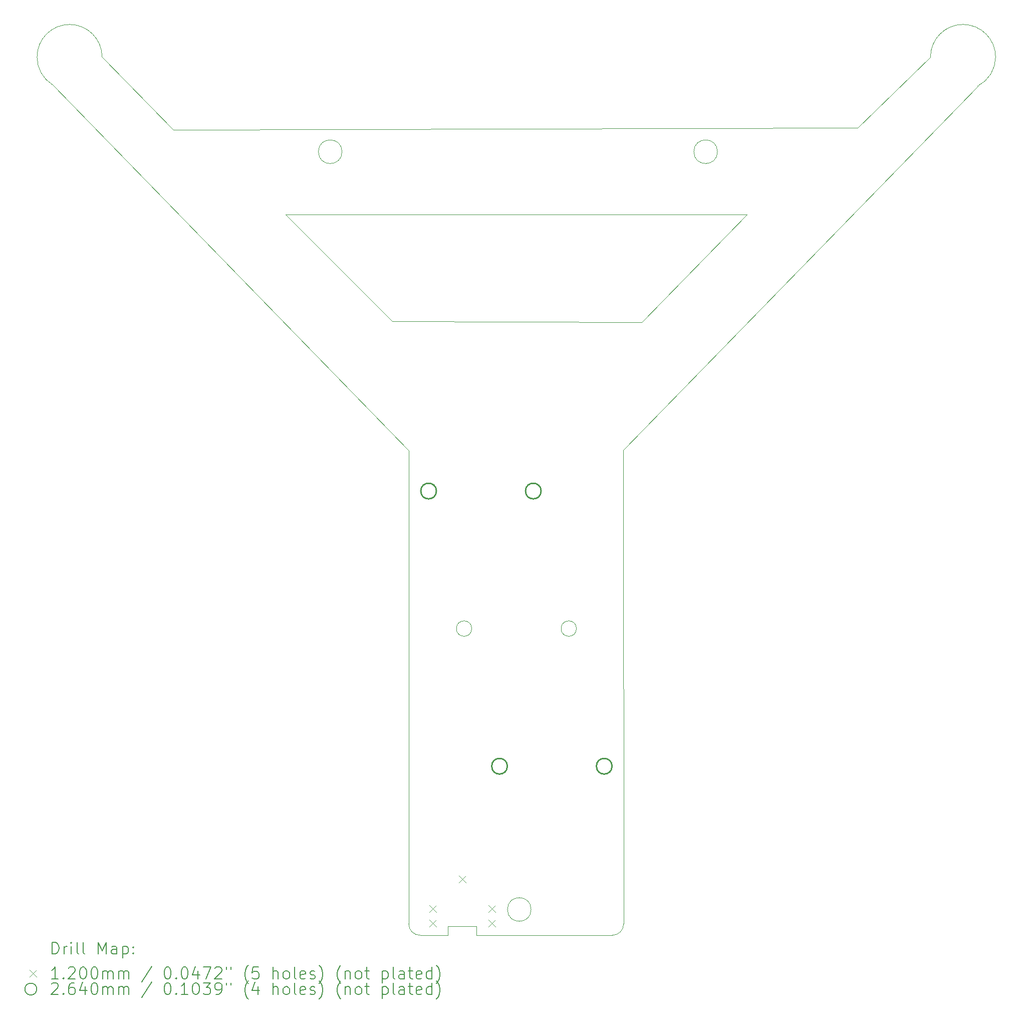
<source format=gbr>
%TF.GenerationSoftware,KiCad,Pcbnew,8.0.5*%
%TF.CreationDate,2025-02-07T15:20:14+08:00*%
%TF.ProjectId,bb,62622e6b-6963-4616-945f-706362585858,rev?*%
%TF.SameCoordinates,Original*%
%TF.FileFunction,Drillmap*%
%TF.FilePolarity,Positive*%
%FSLAX45Y45*%
G04 Gerber Fmt 4.5, Leading zero omitted, Abs format (unit mm)*
G04 Created by KiCad (PCBNEW 8.0.5) date 2025-02-07 15:20:14*
%MOMM*%
%LPD*%
G01*
G04 APERTURE LIST*
%ADD10C,0.100000*%
%ADD11C,0.200000*%
%ADD12C,0.120000*%
%ADD13C,0.264000*%
G04 APERTURE END LIST*
D10*
X12330000Y-18445000D02*
X10062779Y-18445771D01*
X9117023Y-18445000D02*
G75*
G02*
X8922000Y-18254810I-4773J190190D01*
G01*
X12550077Y-10249979D02*
X18539959Y-4099919D01*
X10990000Y-18010000D02*
G75*
G02*
X10590000Y-18010000I-200000J0D01*
G01*
X10590000Y-18010000D02*
G75*
G02*
X10990000Y-18010000I200000J0D01*
G01*
X10740000Y-6270000D02*
X6840000Y-6270000D01*
X16510000Y-4810000D02*
X4940000Y-4840000D01*
X12856878Y-8093122D02*
X14640000Y-6270000D01*
X2640000Y-3610000D02*
G75*
G02*
X3740000Y-3610000I550000J0D01*
G01*
X9580000Y-18296119D02*
X9588636Y-18296119D01*
X10062779Y-18445771D02*
X10062867Y-18295983D01*
X11756522Y-13265000D02*
G75*
G02*
X11496522Y-13265000I-130000J0D01*
G01*
X11496522Y-13265000D02*
G75*
G02*
X11756522Y-13265000I130000J0D01*
G01*
X7795000Y-5210000D02*
G75*
G02*
X7395000Y-5210000I-200000J0D01*
G01*
X7395000Y-5210000D02*
G75*
G02*
X7795000Y-5210000I200000J0D01*
G01*
X16510000Y-4810000D02*
X17740000Y-3610000D01*
X2901191Y-4078070D02*
X8920045Y-10254810D01*
X2901191Y-4078070D02*
G75*
G02*
X2640000Y-3610000I288809J468070D01*
G01*
X12363796Y-18445000D02*
X12350704Y-18445000D01*
X3740000Y-3610000D02*
X4940000Y-4840000D01*
X10740000Y-6270000D02*
X14640000Y-6270000D01*
X6840000Y-6270000D02*
X8643122Y-8073122D01*
X8922000Y-18254810D02*
X8920045Y-10254810D01*
X12553986Y-18249978D02*
X12550077Y-10249979D01*
X9987023Y-13265000D02*
G75*
G02*
X9727023Y-13265000I-130000J0D01*
G01*
X9727023Y-13265000D02*
G75*
G02*
X9987023Y-13265000I130000J0D01*
G01*
X14140000Y-5210000D02*
G75*
G02*
X13740000Y-5210000I-200000J0D01*
G01*
X13740000Y-5210000D02*
G75*
G02*
X14140000Y-5210000I200000J0D01*
G01*
X12856878Y-8093122D02*
X8643122Y-8073122D01*
X10062867Y-18295983D02*
X10040000Y-18295983D01*
X17740000Y-3610000D02*
G75*
G02*
X18840000Y-3610000I550000J0D01*
G01*
X10040000Y-18295983D02*
X9588636Y-18296119D01*
X9117023Y-18445000D02*
X9580000Y-18444992D01*
X9580000Y-18444992D02*
X9580000Y-18296119D01*
X12553986Y-18249978D02*
G75*
G02*
X12363796Y-18444996I-190186J-4772D01*
G01*
X18840000Y-3610000D02*
G75*
G02*
X18539959Y-4099919I-550000J0D01*
G01*
X12330000Y-18445000D02*
X12350704Y-18445000D01*
D11*
D12*
X9267023Y-17935000D02*
X9387023Y-18055000D01*
X9387023Y-17935000D02*
X9267023Y-18055000D01*
X9267023Y-18185000D02*
X9387023Y-18305000D01*
X9387023Y-18185000D02*
X9267023Y-18305000D01*
X9767023Y-17435000D02*
X9887023Y-17555000D01*
X9887023Y-17435000D02*
X9767023Y-17555000D01*
X10267023Y-17935000D02*
X10387023Y-18055000D01*
X10387023Y-17935000D02*
X10267023Y-18055000D01*
X10267023Y-18185000D02*
X10387023Y-18305000D01*
X10387023Y-18185000D02*
X10267023Y-18305000D01*
D13*
X9389523Y-10942000D02*
G75*
G02*
X9125523Y-10942000I-132000J0D01*
G01*
X9125523Y-10942000D02*
G75*
G02*
X9389523Y-10942000I132000J0D01*
G01*
X10588523Y-15590000D02*
G75*
G02*
X10324523Y-15590000I-132000J0D01*
G01*
X10324523Y-15590000D02*
G75*
G02*
X10588523Y-15590000I132000J0D01*
G01*
X11159023Y-10942000D02*
G75*
G02*
X10895023Y-10942000I-132000J0D01*
G01*
X10895023Y-10942000D02*
G75*
G02*
X11159023Y-10942000I132000J0D01*
G01*
X12358022Y-15590000D02*
G75*
G02*
X12094022Y-15590000I-132000J0D01*
G01*
X12094022Y-15590000D02*
G75*
G02*
X12358022Y-15590000I132000J0D01*
G01*
D11*
X2895777Y-18762255D02*
X2895777Y-18562255D01*
X2895777Y-18562255D02*
X2943396Y-18562255D01*
X2943396Y-18562255D02*
X2971967Y-18571779D01*
X2971967Y-18571779D02*
X2991015Y-18590826D01*
X2991015Y-18590826D02*
X3000539Y-18609874D01*
X3000539Y-18609874D02*
X3010062Y-18647969D01*
X3010062Y-18647969D02*
X3010062Y-18676541D01*
X3010062Y-18676541D02*
X3000539Y-18714636D01*
X3000539Y-18714636D02*
X2991015Y-18733683D01*
X2991015Y-18733683D02*
X2971967Y-18752731D01*
X2971967Y-18752731D02*
X2943396Y-18762255D01*
X2943396Y-18762255D02*
X2895777Y-18762255D01*
X3095777Y-18762255D02*
X3095777Y-18628921D01*
X3095777Y-18667017D02*
X3105301Y-18647969D01*
X3105301Y-18647969D02*
X3114824Y-18638445D01*
X3114824Y-18638445D02*
X3133872Y-18628921D01*
X3133872Y-18628921D02*
X3152920Y-18628921D01*
X3219586Y-18762255D02*
X3219586Y-18628921D01*
X3219586Y-18562255D02*
X3210062Y-18571779D01*
X3210062Y-18571779D02*
X3219586Y-18581302D01*
X3219586Y-18581302D02*
X3229110Y-18571779D01*
X3229110Y-18571779D02*
X3219586Y-18562255D01*
X3219586Y-18562255D02*
X3219586Y-18581302D01*
X3343396Y-18762255D02*
X3324348Y-18752731D01*
X3324348Y-18752731D02*
X3314824Y-18733683D01*
X3314824Y-18733683D02*
X3314824Y-18562255D01*
X3448158Y-18762255D02*
X3429110Y-18752731D01*
X3429110Y-18752731D02*
X3419586Y-18733683D01*
X3419586Y-18733683D02*
X3419586Y-18562255D01*
X3676729Y-18762255D02*
X3676729Y-18562255D01*
X3676729Y-18562255D02*
X3743396Y-18705112D01*
X3743396Y-18705112D02*
X3810062Y-18562255D01*
X3810062Y-18562255D02*
X3810062Y-18762255D01*
X3991015Y-18762255D02*
X3991015Y-18657493D01*
X3991015Y-18657493D02*
X3981491Y-18638445D01*
X3981491Y-18638445D02*
X3962443Y-18628921D01*
X3962443Y-18628921D02*
X3924348Y-18628921D01*
X3924348Y-18628921D02*
X3905301Y-18638445D01*
X3991015Y-18752731D02*
X3971967Y-18762255D01*
X3971967Y-18762255D02*
X3924348Y-18762255D01*
X3924348Y-18762255D02*
X3905301Y-18752731D01*
X3905301Y-18752731D02*
X3895777Y-18733683D01*
X3895777Y-18733683D02*
X3895777Y-18714636D01*
X3895777Y-18714636D02*
X3905301Y-18695588D01*
X3905301Y-18695588D02*
X3924348Y-18686064D01*
X3924348Y-18686064D02*
X3971967Y-18686064D01*
X3971967Y-18686064D02*
X3991015Y-18676541D01*
X4086253Y-18628921D02*
X4086253Y-18828921D01*
X4086253Y-18638445D02*
X4105301Y-18628921D01*
X4105301Y-18628921D02*
X4143396Y-18628921D01*
X4143396Y-18628921D02*
X4162443Y-18638445D01*
X4162443Y-18638445D02*
X4171967Y-18647969D01*
X4171967Y-18647969D02*
X4181491Y-18667017D01*
X4181491Y-18667017D02*
X4181491Y-18724160D01*
X4181491Y-18724160D02*
X4171967Y-18743207D01*
X4171967Y-18743207D02*
X4162443Y-18752731D01*
X4162443Y-18752731D02*
X4143396Y-18762255D01*
X4143396Y-18762255D02*
X4105301Y-18762255D01*
X4105301Y-18762255D02*
X4086253Y-18752731D01*
X4267205Y-18743207D02*
X4276729Y-18752731D01*
X4276729Y-18752731D02*
X4267205Y-18762255D01*
X4267205Y-18762255D02*
X4257682Y-18752731D01*
X4257682Y-18752731D02*
X4267205Y-18743207D01*
X4267205Y-18743207D02*
X4267205Y-18762255D01*
X4267205Y-18638445D02*
X4276729Y-18647969D01*
X4276729Y-18647969D02*
X4267205Y-18657493D01*
X4267205Y-18657493D02*
X4257682Y-18647969D01*
X4257682Y-18647969D02*
X4267205Y-18638445D01*
X4267205Y-18638445D02*
X4267205Y-18657493D01*
D12*
X2515000Y-19030771D02*
X2635000Y-19150771D01*
X2635000Y-19030771D02*
X2515000Y-19150771D01*
D11*
X3000539Y-19182255D02*
X2886253Y-19182255D01*
X2943396Y-19182255D02*
X2943396Y-18982255D01*
X2943396Y-18982255D02*
X2924348Y-19010826D01*
X2924348Y-19010826D02*
X2905301Y-19029874D01*
X2905301Y-19029874D02*
X2886253Y-19039398D01*
X3086253Y-19163207D02*
X3095777Y-19172731D01*
X3095777Y-19172731D02*
X3086253Y-19182255D01*
X3086253Y-19182255D02*
X3076729Y-19172731D01*
X3076729Y-19172731D02*
X3086253Y-19163207D01*
X3086253Y-19163207D02*
X3086253Y-19182255D01*
X3171967Y-19001302D02*
X3181491Y-18991779D01*
X3181491Y-18991779D02*
X3200539Y-18982255D01*
X3200539Y-18982255D02*
X3248158Y-18982255D01*
X3248158Y-18982255D02*
X3267205Y-18991779D01*
X3267205Y-18991779D02*
X3276729Y-19001302D01*
X3276729Y-19001302D02*
X3286253Y-19020350D01*
X3286253Y-19020350D02*
X3286253Y-19039398D01*
X3286253Y-19039398D02*
X3276729Y-19067969D01*
X3276729Y-19067969D02*
X3162443Y-19182255D01*
X3162443Y-19182255D02*
X3286253Y-19182255D01*
X3410062Y-18982255D02*
X3429110Y-18982255D01*
X3429110Y-18982255D02*
X3448158Y-18991779D01*
X3448158Y-18991779D02*
X3457682Y-19001302D01*
X3457682Y-19001302D02*
X3467205Y-19020350D01*
X3467205Y-19020350D02*
X3476729Y-19058445D01*
X3476729Y-19058445D02*
X3476729Y-19106064D01*
X3476729Y-19106064D02*
X3467205Y-19144160D01*
X3467205Y-19144160D02*
X3457682Y-19163207D01*
X3457682Y-19163207D02*
X3448158Y-19172731D01*
X3448158Y-19172731D02*
X3429110Y-19182255D01*
X3429110Y-19182255D02*
X3410062Y-19182255D01*
X3410062Y-19182255D02*
X3391015Y-19172731D01*
X3391015Y-19172731D02*
X3381491Y-19163207D01*
X3381491Y-19163207D02*
X3371967Y-19144160D01*
X3371967Y-19144160D02*
X3362443Y-19106064D01*
X3362443Y-19106064D02*
X3362443Y-19058445D01*
X3362443Y-19058445D02*
X3371967Y-19020350D01*
X3371967Y-19020350D02*
X3381491Y-19001302D01*
X3381491Y-19001302D02*
X3391015Y-18991779D01*
X3391015Y-18991779D02*
X3410062Y-18982255D01*
X3600539Y-18982255D02*
X3619586Y-18982255D01*
X3619586Y-18982255D02*
X3638634Y-18991779D01*
X3638634Y-18991779D02*
X3648158Y-19001302D01*
X3648158Y-19001302D02*
X3657682Y-19020350D01*
X3657682Y-19020350D02*
X3667205Y-19058445D01*
X3667205Y-19058445D02*
X3667205Y-19106064D01*
X3667205Y-19106064D02*
X3657682Y-19144160D01*
X3657682Y-19144160D02*
X3648158Y-19163207D01*
X3648158Y-19163207D02*
X3638634Y-19172731D01*
X3638634Y-19172731D02*
X3619586Y-19182255D01*
X3619586Y-19182255D02*
X3600539Y-19182255D01*
X3600539Y-19182255D02*
X3581491Y-19172731D01*
X3581491Y-19172731D02*
X3571967Y-19163207D01*
X3571967Y-19163207D02*
X3562443Y-19144160D01*
X3562443Y-19144160D02*
X3552920Y-19106064D01*
X3552920Y-19106064D02*
X3552920Y-19058445D01*
X3552920Y-19058445D02*
X3562443Y-19020350D01*
X3562443Y-19020350D02*
X3571967Y-19001302D01*
X3571967Y-19001302D02*
X3581491Y-18991779D01*
X3581491Y-18991779D02*
X3600539Y-18982255D01*
X3752920Y-19182255D02*
X3752920Y-19048921D01*
X3752920Y-19067969D02*
X3762443Y-19058445D01*
X3762443Y-19058445D02*
X3781491Y-19048921D01*
X3781491Y-19048921D02*
X3810063Y-19048921D01*
X3810063Y-19048921D02*
X3829110Y-19058445D01*
X3829110Y-19058445D02*
X3838634Y-19077493D01*
X3838634Y-19077493D02*
X3838634Y-19182255D01*
X3838634Y-19077493D02*
X3848158Y-19058445D01*
X3848158Y-19058445D02*
X3867205Y-19048921D01*
X3867205Y-19048921D02*
X3895777Y-19048921D01*
X3895777Y-19048921D02*
X3914824Y-19058445D01*
X3914824Y-19058445D02*
X3924348Y-19077493D01*
X3924348Y-19077493D02*
X3924348Y-19182255D01*
X4019586Y-19182255D02*
X4019586Y-19048921D01*
X4019586Y-19067969D02*
X4029110Y-19058445D01*
X4029110Y-19058445D02*
X4048158Y-19048921D01*
X4048158Y-19048921D02*
X4076729Y-19048921D01*
X4076729Y-19048921D02*
X4095777Y-19058445D01*
X4095777Y-19058445D02*
X4105301Y-19077493D01*
X4105301Y-19077493D02*
X4105301Y-19182255D01*
X4105301Y-19077493D02*
X4114824Y-19058445D01*
X4114824Y-19058445D02*
X4133872Y-19048921D01*
X4133872Y-19048921D02*
X4162443Y-19048921D01*
X4162443Y-19048921D02*
X4181491Y-19058445D01*
X4181491Y-19058445D02*
X4191015Y-19077493D01*
X4191015Y-19077493D02*
X4191015Y-19182255D01*
X4581491Y-18972731D02*
X4410063Y-19229874D01*
X4838634Y-18982255D02*
X4857682Y-18982255D01*
X4857682Y-18982255D02*
X4876729Y-18991779D01*
X4876729Y-18991779D02*
X4886253Y-19001302D01*
X4886253Y-19001302D02*
X4895777Y-19020350D01*
X4895777Y-19020350D02*
X4905301Y-19058445D01*
X4905301Y-19058445D02*
X4905301Y-19106064D01*
X4905301Y-19106064D02*
X4895777Y-19144160D01*
X4895777Y-19144160D02*
X4886253Y-19163207D01*
X4886253Y-19163207D02*
X4876729Y-19172731D01*
X4876729Y-19172731D02*
X4857682Y-19182255D01*
X4857682Y-19182255D02*
X4838634Y-19182255D01*
X4838634Y-19182255D02*
X4819587Y-19172731D01*
X4819587Y-19172731D02*
X4810063Y-19163207D01*
X4810063Y-19163207D02*
X4800539Y-19144160D01*
X4800539Y-19144160D02*
X4791015Y-19106064D01*
X4791015Y-19106064D02*
X4791015Y-19058445D01*
X4791015Y-19058445D02*
X4800539Y-19020350D01*
X4800539Y-19020350D02*
X4810063Y-19001302D01*
X4810063Y-19001302D02*
X4819587Y-18991779D01*
X4819587Y-18991779D02*
X4838634Y-18982255D01*
X4991015Y-19163207D02*
X5000539Y-19172731D01*
X5000539Y-19172731D02*
X4991015Y-19182255D01*
X4991015Y-19182255D02*
X4981491Y-19172731D01*
X4981491Y-19172731D02*
X4991015Y-19163207D01*
X4991015Y-19163207D02*
X4991015Y-19182255D01*
X5124348Y-18982255D02*
X5143396Y-18982255D01*
X5143396Y-18982255D02*
X5162444Y-18991779D01*
X5162444Y-18991779D02*
X5171968Y-19001302D01*
X5171968Y-19001302D02*
X5181491Y-19020350D01*
X5181491Y-19020350D02*
X5191015Y-19058445D01*
X5191015Y-19058445D02*
X5191015Y-19106064D01*
X5191015Y-19106064D02*
X5181491Y-19144160D01*
X5181491Y-19144160D02*
X5171968Y-19163207D01*
X5171968Y-19163207D02*
X5162444Y-19172731D01*
X5162444Y-19172731D02*
X5143396Y-19182255D01*
X5143396Y-19182255D02*
X5124348Y-19182255D01*
X5124348Y-19182255D02*
X5105301Y-19172731D01*
X5105301Y-19172731D02*
X5095777Y-19163207D01*
X5095777Y-19163207D02*
X5086253Y-19144160D01*
X5086253Y-19144160D02*
X5076729Y-19106064D01*
X5076729Y-19106064D02*
X5076729Y-19058445D01*
X5076729Y-19058445D02*
X5086253Y-19020350D01*
X5086253Y-19020350D02*
X5095777Y-19001302D01*
X5095777Y-19001302D02*
X5105301Y-18991779D01*
X5105301Y-18991779D02*
X5124348Y-18982255D01*
X5362444Y-19048921D02*
X5362444Y-19182255D01*
X5314825Y-18972731D02*
X5267206Y-19115588D01*
X5267206Y-19115588D02*
X5391015Y-19115588D01*
X5448158Y-18982255D02*
X5581491Y-18982255D01*
X5581491Y-18982255D02*
X5495777Y-19182255D01*
X5648158Y-19001302D02*
X5657682Y-18991779D01*
X5657682Y-18991779D02*
X5676729Y-18982255D01*
X5676729Y-18982255D02*
X5724348Y-18982255D01*
X5724348Y-18982255D02*
X5743396Y-18991779D01*
X5743396Y-18991779D02*
X5752920Y-19001302D01*
X5752920Y-19001302D02*
X5762444Y-19020350D01*
X5762444Y-19020350D02*
X5762444Y-19039398D01*
X5762444Y-19039398D02*
X5752920Y-19067969D01*
X5752920Y-19067969D02*
X5638634Y-19182255D01*
X5638634Y-19182255D02*
X5762444Y-19182255D01*
X5838634Y-18982255D02*
X5838634Y-19020350D01*
X5914825Y-18982255D02*
X5914825Y-19020350D01*
X6210063Y-19258445D02*
X6200539Y-19248921D01*
X6200539Y-19248921D02*
X6181491Y-19220350D01*
X6181491Y-19220350D02*
X6171968Y-19201302D01*
X6171968Y-19201302D02*
X6162444Y-19172731D01*
X6162444Y-19172731D02*
X6152920Y-19125112D01*
X6152920Y-19125112D02*
X6152920Y-19087017D01*
X6152920Y-19087017D02*
X6162444Y-19039398D01*
X6162444Y-19039398D02*
X6171968Y-19010826D01*
X6171968Y-19010826D02*
X6181491Y-18991779D01*
X6181491Y-18991779D02*
X6200539Y-18963207D01*
X6200539Y-18963207D02*
X6210063Y-18953683D01*
X6381491Y-18982255D02*
X6286253Y-18982255D01*
X6286253Y-18982255D02*
X6276729Y-19077493D01*
X6276729Y-19077493D02*
X6286253Y-19067969D01*
X6286253Y-19067969D02*
X6305301Y-19058445D01*
X6305301Y-19058445D02*
X6352920Y-19058445D01*
X6352920Y-19058445D02*
X6371968Y-19067969D01*
X6371968Y-19067969D02*
X6381491Y-19077493D01*
X6381491Y-19077493D02*
X6391015Y-19096541D01*
X6391015Y-19096541D02*
X6391015Y-19144160D01*
X6391015Y-19144160D02*
X6381491Y-19163207D01*
X6381491Y-19163207D02*
X6371968Y-19172731D01*
X6371968Y-19172731D02*
X6352920Y-19182255D01*
X6352920Y-19182255D02*
X6305301Y-19182255D01*
X6305301Y-19182255D02*
X6286253Y-19172731D01*
X6286253Y-19172731D02*
X6276729Y-19163207D01*
X6629110Y-19182255D02*
X6629110Y-18982255D01*
X6714825Y-19182255D02*
X6714825Y-19077493D01*
X6714825Y-19077493D02*
X6705301Y-19058445D01*
X6705301Y-19058445D02*
X6686253Y-19048921D01*
X6686253Y-19048921D02*
X6657682Y-19048921D01*
X6657682Y-19048921D02*
X6638634Y-19058445D01*
X6638634Y-19058445D02*
X6629110Y-19067969D01*
X6838634Y-19182255D02*
X6819587Y-19172731D01*
X6819587Y-19172731D02*
X6810063Y-19163207D01*
X6810063Y-19163207D02*
X6800539Y-19144160D01*
X6800539Y-19144160D02*
X6800539Y-19087017D01*
X6800539Y-19087017D02*
X6810063Y-19067969D01*
X6810063Y-19067969D02*
X6819587Y-19058445D01*
X6819587Y-19058445D02*
X6838634Y-19048921D01*
X6838634Y-19048921D02*
X6867206Y-19048921D01*
X6867206Y-19048921D02*
X6886253Y-19058445D01*
X6886253Y-19058445D02*
X6895777Y-19067969D01*
X6895777Y-19067969D02*
X6905301Y-19087017D01*
X6905301Y-19087017D02*
X6905301Y-19144160D01*
X6905301Y-19144160D02*
X6895777Y-19163207D01*
X6895777Y-19163207D02*
X6886253Y-19172731D01*
X6886253Y-19172731D02*
X6867206Y-19182255D01*
X6867206Y-19182255D02*
X6838634Y-19182255D01*
X7019587Y-19182255D02*
X7000539Y-19172731D01*
X7000539Y-19172731D02*
X6991015Y-19153683D01*
X6991015Y-19153683D02*
X6991015Y-18982255D01*
X7171968Y-19172731D02*
X7152920Y-19182255D01*
X7152920Y-19182255D02*
X7114825Y-19182255D01*
X7114825Y-19182255D02*
X7095777Y-19172731D01*
X7095777Y-19172731D02*
X7086253Y-19153683D01*
X7086253Y-19153683D02*
X7086253Y-19077493D01*
X7086253Y-19077493D02*
X7095777Y-19058445D01*
X7095777Y-19058445D02*
X7114825Y-19048921D01*
X7114825Y-19048921D02*
X7152920Y-19048921D01*
X7152920Y-19048921D02*
X7171968Y-19058445D01*
X7171968Y-19058445D02*
X7181491Y-19077493D01*
X7181491Y-19077493D02*
X7181491Y-19096541D01*
X7181491Y-19096541D02*
X7086253Y-19115588D01*
X7257682Y-19172731D02*
X7276730Y-19182255D01*
X7276730Y-19182255D02*
X7314825Y-19182255D01*
X7314825Y-19182255D02*
X7333872Y-19172731D01*
X7333872Y-19172731D02*
X7343396Y-19153683D01*
X7343396Y-19153683D02*
X7343396Y-19144160D01*
X7343396Y-19144160D02*
X7333872Y-19125112D01*
X7333872Y-19125112D02*
X7314825Y-19115588D01*
X7314825Y-19115588D02*
X7286253Y-19115588D01*
X7286253Y-19115588D02*
X7267206Y-19106064D01*
X7267206Y-19106064D02*
X7257682Y-19087017D01*
X7257682Y-19087017D02*
X7257682Y-19077493D01*
X7257682Y-19077493D02*
X7267206Y-19058445D01*
X7267206Y-19058445D02*
X7286253Y-19048921D01*
X7286253Y-19048921D02*
X7314825Y-19048921D01*
X7314825Y-19048921D02*
X7333872Y-19058445D01*
X7410063Y-19258445D02*
X7419587Y-19248921D01*
X7419587Y-19248921D02*
X7438634Y-19220350D01*
X7438634Y-19220350D02*
X7448158Y-19201302D01*
X7448158Y-19201302D02*
X7457682Y-19172731D01*
X7457682Y-19172731D02*
X7467206Y-19125112D01*
X7467206Y-19125112D02*
X7467206Y-19087017D01*
X7467206Y-19087017D02*
X7457682Y-19039398D01*
X7457682Y-19039398D02*
X7448158Y-19010826D01*
X7448158Y-19010826D02*
X7438634Y-18991779D01*
X7438634Y-18991779D02*
X7419587Y-18963207D01*
X7419587Y-18963207D02*
X7410063Y-18953683D01*
X7771968Y-19258445D02*
X7762444Y-19248921D01*
X7762444Y-19248921D02*
X7743396Y-19220350D01*
X7743396Y-19220350D02*
X7733872Y-19201302D01*
X7733872Y-19201302D02*
X7724349Y-19172731D01*
X7724349Y-19172731D02*
X7714825Y-19125112D01*
X7714825Y-19125112D02*
X7714825Y-19087017D01*
X7714825Y-19087017D02*
X7724349Y-19039398D01*
X7724349Y-19039398D02*
X7733872Y-19010826D01*
X7733872Y-19010826D02*
X7743396Y-18991779D01*
X7743396Y-18991779D02*
X7762444Y-18963207D01*
X7762444Y-18963207D02*
X7771968Y-18953683D01*
X7848158Y-19048921D02*
X7848158Y-19182255D01*
X7848158Y-19067969D02*
X7857682Y-19058445D01*
X7857682Y-19058445D02*
X7876730Y-19048921D01*
X7876730Y-19048921D02*
X7905301Y-19048921D01*
X7905301Y-19048921D02*
X7924349Y-19058445D01*
X7924349Y-19058445D02*
X7933872Y-19077493D01*
X7933872Y-19077493D02*
X7933872Y-19182255D01*
X8057682Y-19182255D02*
X8038634Y-19172731D01*
X8038634Y-19172731D02*
X8029111Y-19163207D01*
X8029111Y-19163207D02*
X8019587Y-19144160D01*
X8019587Y-19144160D02*
X8019587Y-19087017D01*
X8019587Y-19087017D02*
X8029111Y-19067969D01*
X8029111Y-19067969D02*
X8038634Y-19058445D01*
X8038634Y-19058445D02*
X8057682Y-19048921D01*
X8057682Y-19048921D02*
X8086253Y-19048921D01*
X8086253Y-19048921D02*
X8105301Y-19058445D01*
X8105301Y-19058445D02*
X8114825Y-19067969D01*
X8114825Y-19067969D02*
X8124349Y-19087017D01*
X8124349Y-19087017D02*
X8124349Y-19144160D01*
X8124349Y-19144160D02*
X8114825Y-19163207D01*
X8114825Y-19163207D02*
X8105301Y-19172731D01*
X8105301Y-19172731D02*
X8086253Y-19182255D01*
X8086253Y-19182255D02*
X8057682Y-19182255D01*
X8181492Y-19048921D02*
X8257682Y-19048921D01*
X8210063Y-18982255D02*
X8210063Y-19153683D01*
X8210063Y-19153683D02*
X8219587Y-19172731D01*
X8219587Y-19172731D02*
X8238634Y-19182255D01*
X8238634Y-19182255D02*
X8257682Y-19182255D01*
X8476730Y-19048921D02*
X8476730Y-19248921D01*
X8476730Y-19058445D02*
X8495777Y-19048921D01*
X8495777Y-19048921D02*
X8533873Y-19048921D01*
X8533873Y-19048921D02*
X8552920Y-19058445D01*
X8552920Y-19058445D02*
X8562444Y-19067969D01*
X8562444Y-19067969D02*
X8571968Y-19087017D01*
X8571968Y-19087017D02*
X8571968Y-19144160D01*
X8571968Y-19144160D02*
X8562444Y-19163207D01*
X8562444Y-19163207D02*
X8552920Y-19172731D01*
X8552920Y-19172731D02*
X8533873Y-19182255D01*
X8533873Y-19182255D02*
X8495777Y-19182255D01*
X8495777Y-19182255D02*
X8476730Y-19172731D01*
X8686254Y-19182255D02*
X8667206Y-19172731D01*
X8667206Y-19172731D02*
X8657682Y-19153683D01*
X8657682Y-19153683D02*
X8657682Y-18982255D01*
X8848158Y-19182255D02*
X8848158Y-19077493D01*
X8848158Y-19077493D02*
X8838635Y-19058445D01*
X8838635Y-19058445D02*
X8819587Y-19048921D01*
X8819587Y-19048921D02*
X8781492Y-19048921D01*
X8781492Y-19048921D02*
X8762444Y-19058445D01*
X8848158Y-19172731D02*
X8829111Y-19182255D01*
X8829111Y-19182255D02*
X8781492Y-19182255D01*
X8781492Y-19182255D02*
X8762444Y-19172731D01*
X8762444Y-19172731D02*
X8752920Y-19153683D01*
X8752920Y-19153683D02*
X8752920Y-19134636D01*
X8752920Y-19134636D02*
X8762444Y-19115588D01*
X8762444Y-19115588D02*
X8781492Y-19106064D01*
X8781492Y-19106064D02*
X8829111Y-19106064D01*
X8829111Y-19106064D02*
X8848158Y-19096541D01*
X8914825Y-19048921D02*
X8991015Y-19048921D01*
X8943396Y-18982255D02*
X8943396Y-19153683D01*
X8943396Y-19153683D02*
X8952920Y-19172731D01*
X8952920Y-19172731D02*
X8971968Y-19182255D01*
X8971968Y-19182255D02*
X8991015Y-19182255D01*
X9133873Y-19172731D02*
X9114825Y-19182255D01*
X9114825Y-19182255D02*
X9076730Y-19182255D01*
X9076730Y-19182255D02*
X9057682Y-19172731D01*
X9057682Y-19172731D02*
X9048158Y-19153683D01*
X9048158Y-19153683D02*
X9048158Y-19077493D01*
X9048158Y-19077493D02*
X9057682Y-19058445D01*
X9057682Y-19058445D02*
X9076730Y-19048921D01*
X9076730Y-19048921D02*
X9114825Y-19048921D01*
X9114825Y-19048921D02*
X9133873Y-19058445D01*
X9133873Y-19058445D02*
X9143396Y-19077493D01*
X9143396Y-19077493D02*
X9143396Y-19096541D01*
X9143396Y-19096541D02*
X9048158Y-19115588D01*
X9314825Y-19182255D02*
X9314825Y-18982255D01*
X9314825Y-19172731D02*
X9295777Y-19182255D01*
X9295777Y-19182255D02*
X9257682Y-19182255D01*
X9257682Y-19182255D02*
X9238635Y-19172731D01*
X9238635Y-19172731D02*
X9229111Y-19163207D01*
X9229111Y-19163207D02*
X9219587Y-19144160D01*
X9219587Y-19144160D02*
X9219587Y-19087017D01*
X9219587Y-19087017D02*
X9229111Y-19067969D01*
X9229111Y-19067969D02*
X9238635Y-19058445D01*
X9238635Y-19058445D02*
X9257682Y-19048921D01*
X9257682Y-19048921D02*
X9295777Y-19048921D01*
X9295777Y-19048921D02*
X9314825Y-19058445D01*
X9391016Y-19258445D02*
X9400539Y-19248921D01*
X9400539Y-19248921D02*
X9419587Y-19220350D01*
X9419587Y-19220350D02*
X9429111Y-19201302D01*
X9429111Y-19201302D02*
X9438635Y-19172731D01*
X9438635Y-19172731D02*
X9448158Y-19125112D01*
X9448158Y-19125112D02*
X9448158Y-19087017D01*
X9448158Y-19087017D02*
X9438635Y-19039398D01*
X9438635Y-19039398D02*
X9429111Y-19010826D01*
X9429111Y-19010826D02*
X9419587Y-18991779D01*
X9419587Y-18991779D02*
X9400539Y-18963207D01*
X9400539Y-18963207D02*
X9391016Y-18953683D01*
X2635000Y-19354771D02*
G75*
G02*
X2435000Y-19354771I-100000J0D01*
G01*
X2435000Y-19354771D02*
G75*
G02*
X2635000Y-19354771I100000J0D01*
G01*
X2886253Y-19265302D02*
X2895777Y-19255779D01*
X2895777Y-19255779D02*
X2914824Y-19246255D01*
X2914824Y-19246255D02*
X2962443Y-19246255D01*
X2962443Y-19246255D02*
X2981491Y-19255779D01*
X2981491Y-19255779D02*
X2991015Y-19265302D01*
X2991015Y-19265302D02*
X3000539Y-19284350D01*
X3000539Y-19284350D02*
X3000539Y-19303398D01*
X3000539Y-19303398D02*
X2991015Y-19331969D01*
X2991015Y-19331969D02*
X2876729Y-19446255D01*
X2876729Y-19446255D02*
X3000539Y-19446255D01*
X3086253Y-19427207D02*
X3095777Y-19436731D01*
X3095777Y-19436731D02*
X3086253Y-19446255D01*
X3086253Y-19446255D02*
X3076729Y-19436731D01*
X3076729Y-19436731D02*
X3086253Y-19427207D01*
X3086253Y-19427207D02*
X3086253Y-19446255D01*
X3267205Y-19246255D02*
X3229110Y-19246255D01*
X3229110Y-19246255D02*
X3210062Y-19255779D01*
X3210062Y-19255779D02*
X3200539Y-19265302D01*
X3200539Y-19265302D02*
X3181491Y-19293874D01*
X3181491Y-19293874D02*
X3171967Y-19331969D01*
X3171967Y-19331969D02*
X3171967Y-19408160D01*
X3171967Y-19408160D02*
X3181491Y-19427207D01*
X3181491Y-19427207D02*
X3191015Y-19436731D01*
X3191015Y-19436731D02*
X3210062Y-19446255D01*
X3210062Y-19446255D02*
X3248158Y-19446255D01*
X3248158Y-19446255D02*
X3267205Y-19436731D01*
X3267205Y-19436731D02*
X3276729Y-19427207D01*
X3276729Y-19427207D02*
X3286253Y-19408160D01*
X3286253Y-19408160D02*
X3286253Y-19360541D01*
X3286253Y-19360541D02*
X3276729Y-19341493D01*
X3276729Y-19341493D02*
X3267205Y-19331969D01*
X3267205Y-19331969D02*
X3248158Y-19322445D01*
X3248158Y-19322445D02*
X3210062Y-19322445D01*
X3210062Y-19322445D02*
X3191015Y-19331969D01*
X3191015Y-19331969D02*
X3181491Y-19341493D01*
X3181491Y-19341493D02*
X3171967Y-19360541D01*
X3457682Y-19312921D02*
X3457682Y-19446255D01*
X3410062Y-19236731D02*
X3362443Y-19379588D01*
X3362443Y-19379588D02*
X3486253Y-19379588D01*
X3600539Y-19246255D02*
X3619586Y-19246255D01*
X3619586Y-19246255D02*
X3638634Y-19255779D01*
X3638634Y-19255779D02*
X3648158Y-19265302D01*
X3648158Y-19265302D02*
X3657682Y-19284350D01*
X3657682Y-19284350D02*
X3667205Y-19322445D01*
X3667205Y-19322445D02*
X3667205Y-19370064D01*
X3667205Y-19370064D02*
X3657682Y-19408160D01*
X3657682Y-19408160D02*
X3648158Y-19427207D01*
X3648158Y-19427207D02*
X3638634Y-19436731D01*
X3638634Y-19436731D02*
X3619586Y-19446255D01*
X3619586Y-19446255D02*
X3600539Y-19446255D01*
X3600539Y-19446255D02*
X3581491Y-19436731D01*
X3581491Y-19436731D02*
X3571967Y-19427207D01*
X3571967Y-19427207D02*
X3562443Y-19408160D01*
X3562443Y-19408160D02*
X3552920Y-19370064D01*
X3552920Y-19370064D02*
X3552920Y-19322445D01*
X3552920Y-19322445D02*
X3562443Y-19284350D01*
X3562443Y-19284350D02*
X3571967Y-19265302D01*
X3571967Y-19265302D02*
X3581491Y-19255779D01*
X3581491Y-19255779D02*
X3600539Y-19246255D01*
X3752920Y-19446255D02*
X3752920Y-19312921D01*
X3752920Y-19331969D02*
X3762443Y-19322445D01*
X3762443Y-19322445D02*
X3781491Y-19312921D01*
X3781491Y-19312921D02*
X3810063Y-19312921D01*
X3810063Y-19312921D02*
X3829110Y-19322445D01*
X3829110Y-19322445D02*
X3838634Y-19341493D01*
X3838634Y-19341493D02*
X3838634Y-19446255D01*
X3838634Y-19341493D02*
X3848158Y-19322445D01*
X3848158Y-19322445D02*
X3867205Y-19312921D01*
X3867205Y-19312921D02*
X3895777Y-19312921D01*
X3895777Y-19312921D02*
X3914824Y-19322445D01*
X3914824Y-19322445D02*
X3924348Y-19341493D01*
X3924348Y-19341493D02*
X3924348Y-19446255D01*
X4019586Y-19446255D02*
X4019586Y-19312921D01*
X4019586Y-19331969D02*
X4029110Y-19322445D01*
X4029110Y-19322445D02*
X4048158Y-19312921D01*
X4048158Y-19312921D02*
X4076729Y-19312921D01*
X4076729Y-19312921D02*
X4095777Y-19322445D01*
X4095777Y-19322445D02*
X4105301Y-19341493D01*
X4105301Y-19341493D02*
X4105301Y-19446255D01*
X4105301Y-19341493D02*
X4114824Y-19322445D01*
X4114824Y-19322445D02*
X4133872Y-19312921D01*
X4133872Y-19312921D02*
X4162443Y-19312921D01*
X4162443Y-19312921D02*
X4181491Y-19322445D01*
X4181491Y-19322445D02*
X4191015Y-19341493D01*
X4191015Y-19341493D02*
X4191015Y-19446255D01*
X4581491Y-19236731D02*
X4410063Y-19493874D01*
X4838634Y-19246255D02*
X4857682Y-19246255D01*
X4857682Y-19246255D02*
X4876729Y-19255779D01*
X4876729Y-19255779D02*
X4886253Y-19265302D01*
X4886253Y-19265302D02*
X4895777Y-19284350D01*
X4895777Y-19284350D02*
X4905301Y-19322445D01*
X4905301Y-19322445D02*
X4905301Y-19370064D01*
X4905301Y-19370064D02*
X4895777Y-19408160D01*
X4895777Y-19408160D02*
X4886253Y-19427207D01*
X4886253Y-19427207D02*
X4876729Y-19436731D01*
X4876729Y-19436731D02*
X4857682Y-19446255D01*
X4857682Y-19446255D02*
X4838634Y-19446255D01*
X4838634Y-19446255D02*
X4819587Y-19436731D01*
X4819587Y-19436731D02*
X4810063Y-19427207D01*
X4810063Y-19427207D02*
X4800539Y-19408160D01*
X4800539Y-19408160D02*
X4791015Y-19370064D01*
X4791015Y-19370064D02*
X4791015Y-19322445D01*
X4791015Y-19322445D02*
X4800539Y-19284350D01*
X4800539Y-19284350D02*
X4810063Y-19265302D01*
X4810063Y-19265302D02*
X4819587Y-19255779D01*
X4819587Y-19255779D02*
X4838634Y-19246255D01*
X4991015Y-19427207D02*
X5000539Y-19436731D01*
X5000539Y-19436731D02*
X4991015Y-19446255D01*
X4991015Y-19446255D02*
X4981491Y-19436731D01*
X4981491Y-19436731D02*
X4991015Y-19427207D01*
X4991015Y-19427207D02*
X4991015Y-19446255D01*
X5191015Y-19446255D02*
X5076729Y-19446255D01*
X5133872Y-19446255D02*
X5133872Y-19246255D01*
X5133872Y-19246255D02*
X5114825Y-19274826D01*
X5114825Y-19274826D02*
X5095777Y-19293874D01*
X5095777Y-19293874D02*
X5076729Y-19303398D01*
X5314825Y-19246255D02*
X5333872Y-19246255D01*
X5333872Y-19246255D02*
X5352920Y-19255779D01*
X5352920Y-19255779D02*
X5362444Y-19265302D01*
X5362444Y-19265302D02*
X5371968Y-19284350D01*
X5371968Y-19284350D02*
X5381491Y-19322445D01*
X5381491Y-19322445D02*
X5381491Y-19370064D01*
X5381491Y-19370064D02*
X5371968Y-19408160D01*
X5371968Y-19408160D02*
X5362444Y-19427207D01*
X5362444Y-19427207D02*
X5352920Y-19436731D01*
X5352920Y-19436731D02*
X5333872Y-19446255D01*
X5333872Y-19446255D02*
X5314825Y-19446255D01*
X5314825Y-19446255D02*
X5295777Y-19436731D01*
X5295777Y-19436731D02*
X5286253Y-19427207D01*
X5286253Y-19427207D02*
X5276729Y-19408160D01*
X5276729Y-19408160D02*
X5267206Y-19370064D01*
X5267206Y-19370064D02*
X5267206Y-19322445D01*
X5267206Y-19322445D02*
X5276729Y-19284350D01*
X5276729Y-19284350D02*
X5286253Y-19265302D01*
X5286253Y-19265302D02*
X5295777Y-19255779D01*
X5295777Y-19255779D02*
X5314825Y-19246255D01*
X5448158Y-19246255D02*
X5571968Y-19246255D01*
X5571968Y-19246255D02*
X5505301Y-19322445D01*
X5505301Y-19322445D02*
X5533872Y-19322445D01*
X5533872Y-19322445D02*
X5552920Y-19331969D01*
X5552920Y-19331969D02*
X5562444Y-19341493D01*
X5562444Y-19341493D02*
X5571968Y-19360541D01*
X5571968Y-19360541D02*
X5571968Y-19408160D01*
X5571968Y-19408160D02*
X5562444Y-19427207D01*
X5562444Y-19427207D02*
X5552920Y-19436731D01*
X5552920Y-19436731D02*
X5533872Y-19446255D01*
X5533872Y-19446255D02*
X5476729Y-19446255D01*
X5476729Y-19446255D02*
X5457682Y-19436731D01*
X5457682Y-19436731D02*
X5448158Y-19427207D01*
X5667206Y-19446255D02*
X5705301Y-19446255D01*
X5705301Y-19446255D02*
X5724348Y-19436731D01*
X5724348Y-19436731D02*
X5733872Y-19427207D01*
X5733872Y-19427207D02*
X5752920Y-19398636D01*
X5752920Y-19398636D02*
X5762444Y-19360541D01*
X5762444Y-19360541D02*
X5762444Y-19284350D01*
X5762444Y-19284350D02*
X5752920Y-19265302D01*
X5752920Y-19265302D02*
X5743396Y-19255779D01*
X5743396Y-19255779D02*
X5724348Y-19246255D01*
X5724348Y-19246255D02*
X5686253Y-19246255D01*
X5686253Y-19246255D02*
X5667206Y-19255779D01*
X5667206Y-19255779D02*
X5657682Y-19265302D01*
X5657682Y-19265302D02*
X5648158Y-19284350D01*
X5648158Y-19284350D02*
X5648158Y-19331969D01*
X5648158Y-19331969D02*
X5657682Y-19351017D01*
X5657682Y-19351017D02*
X5667206Y-19360541D01*
X5667206Y-19360541D02*
X5686253Y-19370064D01*
X5686253Y-19370064D02*
X5724348Y-19370064D01*
X5724348Y-19370064D02*
X5743396Y-19360541D01*
X5743396Y-19360541D02*
X5752920Y-19351017D01*
X5752920Y-19351017D02*
X5762444Y-19331969D01*
X5838634Y-19246255D02*
X5838634Y-19284350D01*
X5914825Y-19246255D02*
X5914825Y-19284350D01*
X6210063Y-19522445D02*
X6200539Y-19512921D01*
X6200539Y-19512921D02*
X6181491Y-19484350D01*
X6181491Y-19484350D02*
X6171968Y-19465302D01*
X6171968Y-19465302D02*
X6162444Y-19436731D01*
X6162444Y-19436731D02*
X6152920Y-19389112D01*
X6152920Y-19389112D02*
X6152920Y-19351017D01*
X6152920Y-19351017D02*
X6162444Y-19303398D01*
X6162444Y-19303398D02*
X6171968Y-19274826D01*
X6171968Y-19274826D02*
X6181491Y-19255779D01*
X6181491Y-19255779D02*
X6200539Y-19227207D01*
X6200539Y-19227207D02*
X6210063Y-19217683D01*
X6371968Y-19312921D02*
X6371968Y-19446255D01*
X6324348Y-19236731D02*
X6276729Y-19379588D01*
X6276729Y-19379588D02*
X6400539Y-19379588D01*
X6629110Y-19446255D02*
X6629110Y-19246255D01*
X6714825Y-19446255D02*
X6714825Y-19341493D01*
X6714825Y-19341493D02*
X6705301Y-19322445D01*
X6705301Y-19322445D02*
X6686253Y-19312921D01*
X6686253Y-19312921D02*
X6657682Y-19312921D01*
X6657682Y-19312921D02*
X6638634Y-19322445D01*
X6638634Y-19322445D02*
X6629110Y-19331969D01*
X6838634Y-19446255D02*
X6819587Y-19436731D01*
X6819587Y-19436731D02*
X6810063Y-19427207D01*
X6810063Y-19427207D02*
X6800539Y-19408160D01*
X6800539Y-19408160D02*
X6800539Y-19351017D01*
X6800539Y-19351017D02*
X6810063Y-19331969D01*
X6810063Y-19331969D02*
X6819587Y-19322445D01*
X6819587Y-19322445D02*
X6838634Y-19312921D01*
X6838634Y-19312921D02*
X6867206Y-19312921D01*
X6867206Y-19312921D02*
X6886253Y-19322445D01*
X6886253Y-19322445D02*
X6895777Y-19331969D01*
X6895777Y-19331969D02*
X6905301Y-19351017D01*
X6905301Y-19351017D02*
X6905301Y-19408160D01*
X6905301Y-19408160D02*
X6895777Y-19427207D01*
X6895777Y-19427207D02*
X6886253Y-19436731D01*
X6886253Y-19436731D02*
X6867206Y-19446255D01*
X6867206Y-19446255D02*
X6838634Y-19446255D01*
X7019587Y-19446255D02*
X7000539Y-19436731D01*
X7000539Y-19436731D02*
X6991015Y-19417683D01*
X6991015Y-19417683D02*
X6991015Y-19246255D01*
X7171968Y-19436731D02*
X7152920Y-19446255D01*
X7152920Y-19446255D02*
X7114825Y-19446255D01*
X7114825Y-19446255D02*
X7095777Y-19436731D01*
X7095777Y-19436731D02*
X7086253Y-19417683D01*
X7086253Y-19417683D02*
X7086253Y-19341493D01*
X7086253Y-19341493D02*
X7095777Y-19322445D01*
X7095777Y-19322445D02*
X7114825Y-19312921D01*
X7114825Y-19312921D02*
X7152920Y-19312921D01*
X7152920Y-19312921D02*
X7171968Y-19322445D01*
X7171968Y-19322445D02*
X7181491Y-19341493D01*
X7181491Y-19341493D02*
X7181491Y-19360541D01*
X7181491Y-19360541D02*
X7086253Y-19379588D01*
X7257682Y-19436731D02*
X7276730Y-19446255D01*
X7276730Y-19446255D02*
X7314825Y-19446255D01*
X7314825Y-19446255D02*
X7333872Y-19436731D01*
X7333872Y-19436731D02*
X7343396Y-19417683D01*
X7343396Y-19417683D02*
X7343396Y-19408160D01*
X7343396Y-19408160D02*
X7333872Y-19389112D01*
X7333872Y-19389112D02*
X7314825Y-19379588D01*
X7314825Y-19379588D02*
X7286253Y-19379588D01*
X7286253Y-19379588D02*
X7267206Y-19370064D01*
X7267206Y-19370064D02*
X7257682Y-19351017D01*
X7257682Y-19351017D02*
X7257682Y-19341493D01*
X7257682Y-19341493D02*
X7267206Y-19322445D01*
X7267206Y-19322445D02*
X7286253Y-19312921D01*
X7286253Y-19312921D02*
X7314825Y-19312921D01*
X7314825Y-19312921D02*
X7333872Y-19322445D01*
X7410063Y-19522445D02*
X7419587Y-19512921D01*
X7419587Y-19512921D02*
X7438634Y-19484350D01*
X7438634Y-19484350D02*
X7448158Y-19465302D01*
X7448158Y-19465302D02*
X7457682Y-19436731D01*
X7457682Y-19436731D02*
X7467206Y-19389112D01*
X7467206Y-19389112D02*
X7467206Y-19351017D01*
X7467206Y-19351017D02*
X7457682Y-19303398D01*
X7457682Y-19303398D02*
X7448158Y-19274826D01*
X7448158Y-19274826D02*
X7438634Y-19255779D01*
X7438634Y-19255779D02*
X7419587Y-19227207D01*
X7419587Y-19227207D02*
X7410063Y-19217683D01*
X7771968Y-19522445D02*
X7762444Y-19512921D01*
X7762444Y-19512921D02*
X7743396Y-19484350D01*
X7743396Y-19484350D02*
X7733872Y-19465302D01*
X7733872Y-19465302D02*
X7724349Y-19436731D01*
X7724349Y-19436731D02*
X7714825Y-19389112D01*
X7714825Y-19389112D02*
X7714825Y-19351017D01*
X7714825Y-19351017D02*
X7724349Y-19303398D01*
X7724349Y-19303398D02*
X7733872Y-19274826D01*
X7733872Y-19274826D02*
X7743396Y-19255779D01*
X7743396Y-19255779D02*
X7762444Y-19227207D01*
X7762444Y-19227207D02*
X7771968Y-19217683D01*
X7848158Y-19312921D02*
X7848158Y-19446255D01*
X7848158Y-19331969D02*
X7857682Y-19322445D01*
X7857682Y-19322445D02*
X7876730Y-19312921D01*
X7876730Y-19312921D02*
X7905301Y-19312921D01*
X7905301Y-19312921D02*
X7924349Y-19322445D01*
X7924349Y-19322445D02*
X7933872Y-19341493D01*
X7933872Y-19341493D02*
X7933872Y-19446255D01*
X8057682Y-19446255D02*
X8038634Y-19436731D01*
X8038634Y-19436731D02*
X8029111Y-19427207D01*
X8029111Y-19427207D02*
X8019587Y-19408160D01*
X8019587Y-19408160D02*
X8019587Y-19351017D01*
X8019587Y-19351017D02*
X8029111Y-19331969D01*
X8029111Y-19331969D02*
X8038634Y-19322445D01*
X8038634Y-19322445D02*
X8057682Y-19312921D01*
X8057682Y-19312921D02*
X8086253Y-19312921D01*
X8086253Y-19312921D02*
X8105301Y-19322445D01*
X8105301Y-19322445D02*
X8114825Y-19331969D01*
X8114825Y-19331969D02*
X8124349Y-19351017D01*
X8124349Y-19351017D02*
X8124349Y-19408160D01*
X8124349Y-19408160D02*
X8114825Y-19427207D01*
X8114825Y-19427207D02*
X8105301Y-19436731D01*
X8105301Y-19436731D02*
X8086253Y-19446255D01*
X8086253Y-19446255D02*
X8057682Y-19446255D01*
X8181492Y-19312921D02*
X8257682Y-19312921D01*
X8210063Y-19246255D02*
X8210063Y-19417683D01*
X8210063Y-19417683D02*
X8219587Y-19436731D01*
X8219587Y-19436731D02*
X8238634Y-19446255D01*
X8238634Y-19446255D02*
X8257682Y-19446255D01*
X8476730Y-19312921D02*
X8476730Y-19512921D01*
X8476730Y-19322445D02*
X8495777Y-19312921D01*
X8495777Y-19312921D02*
X8533873Y-19312921D01*
X8533873Y-19312921D02*
X8552920Y-19322445D01*
X8552920Y-19322445D02*
X8562444Y-19331969D01*
X8562444Y-19331969D02*
X8571968Y-19351017D01*
X8571968Y-19351017D02*
X8571968Y-19408160D01*
X8571968Y-19408160D02*
X8562444Y-19427207D01*
X8562444Y-19427207D02*
X8552920Y-19436731D01*
X8552920Y-19436731D02*
X8533873Y-19446255D01*
X8533873Y-19446255D02*
X8495777Y-19446255D01*
X8495777Y-19446255D02*
X8476730Y-19436731D01*
X8686254Y-19446255D02*
X8667206Y-19436731D01*
X8667206Y-19436731D02*
X8657682Y-19417683D01*
X8657682Y-19417683D02*
X8657682Y-19246255D01*
X8848158Y-19446255D02*
X8848158Y-19341493D01*
X8848158Y-19341493D02*
X8838635Y-19322445D01*
X8838635Y-19322445D02*
X8819587Y-19312921D01*
X8819587Y-19312921D02*
X8781492Y-19312921D01*
X8781492Y-19312921D02*
X8762444Y-19322445D01*
X8848158Y-19436731D02*
X8829111Y-19446255D01*
X8829111Y-19446255D02*
X8781492Y-19446255D01*
X8781492Y-19446255D02*
X8762444Y-19436731D01*
X8762444Y-19436731D02*
X8752920Y-19417683D01*
X8752920Y-19417683D02*
X8752920Y-19398636D01*
X8752920Y-19398636D02*
X8762444Y-19379588D01*
X8762444Y-19379588D02*
X8781492Y-19370064D01*
X8781492Y-19370064D02*
X8829111Y-19370064D01*
X8829111Y-19370064D02*
X8848158Y-19360541D01*
X8914825Y-19312921D02*
X8991015Y-19312921D01*
X8943396Y-19246255D02*
X8943396Y-19417683D01*
X8943396Y-19417683D02*
X8952920Y-19436731D01*
X8952920Y-19436731D02*
X8971968Y-19446255D01*
X8971968Y-19446255D02*
X8991015Y-19446255D01*
X9133873Y-19436731D02*
X9114825Y-19446255D01*
X9114825Y-19446255D02*
X9076730Y-19446255D01*
X9076730Y-19446255D02*
X9057682Y-19436731D01*
X9057682Y-19436731D02*
X9048158Y-19417683D01*
X9048158Y-19417683D02*
X9048158Y-19341493D01*
X9048158Y-19341493D02*
X9057682Y-19322445D01*
X9057682Y-19322445D02*
X9076730Y-19312921D01*
X9076730Y-19312921D02*
X9114825Y-19312921D01*
X9114825Y-19312921D02*
X9133873Y-19322445D01*
X9133873Y-19322445D02*
X9143396Y-19341493D01*
X9143396Y-19341493D02*
X9143396Y-19360541D01*
X9143396Y-19360541D02*
X9048158Y-19379588D01*
X9314825Y-19446255D02*
X9314825Y-19246255D01*
X9314825Y-19436731D02*
X9295777Y-19446255D01*
X9295777Y-19446255D02*
X9257682Y-19446255D01*
X9257682Y-19446255D02*
X9238635Y-19436731D01*
X9238635Y-19436731D02*
X9229111Y-19427207D01*
X9229111Y-19427207D02*
X9219587Y-19408160D01*
X9219587Y-19408160D02*
X9219587Y-19351017D01*
X9219587Y-19351017D02*
X9229111Y-19331969D01*
X9229111Y-19331969D02*
X9238635Y-19322445D01*
X9238635Y-19322445D02*
X9257682Y-19312921D01*
X9257682Y-19312921D02*
X9295777Y-19312921D01*
X9295777Y-19312921D02*
X9314825Y-19322445D01*
X9391016Y-19522445D02*
X9400539Y-19512921D01*
X9400539Y-19512921D02*
X9419587Y-19484350D01*
X9419587Y-19484350D02*
X9429111Y-19465302D01*
X9429111Y-19465302D02*
X9438635Y-19436731D01*
X9438635Y-19436731D02*
X9448158Y-19389112D01*
X9448158Y-19389112D02*
X9448158Y-19351017D01*
X9448158Y-19351017D02*
X9438635Y-19303398D01*
X9438635Y-19303398D02*
X9429111Y-19274826D01*
X9429111Y-19274826D02*
X9419587Y-19255779D01*
X9419587Y-19255779D02*
X9400539Y-19227207D01*
X9400539Y-19227207D02*
X9391016Y-19217683D01*
M02*

</source>
